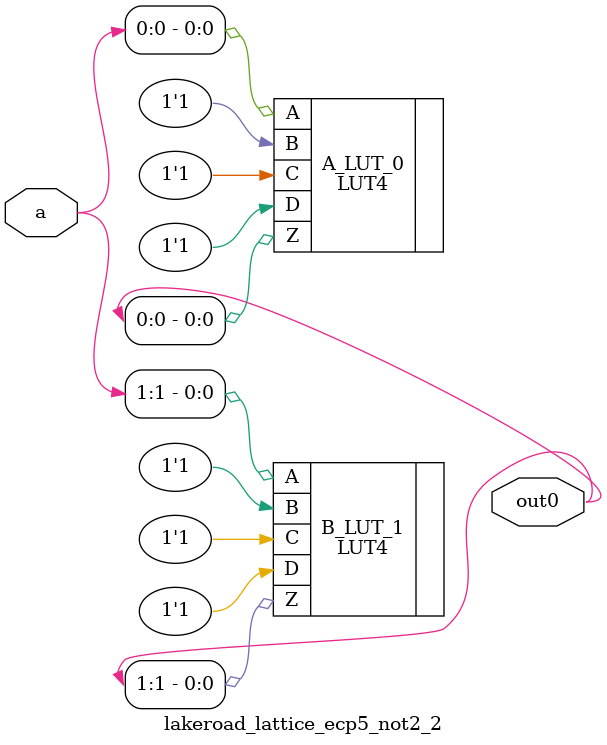
<source format=v>
/* Generated by Yosys 0.19 (git sha1 a45c131b37c, clang 13.1.6 -fPIC -Os) */

module lakeroad_lattice_ecp5_not2_2(a, out0);
  wire _0_;
  wire _1_;
  wire _2_;
  wire _3_;
  wire _4_;
  wire _5_;
  input [1:0] a;
  wire [1:0] a;
  output [1:0] out0;
  wire [1:0] out0;
  LUT4 #(
    .INIT(16'h4000)
  ) A_LUT_0 (
    .A(a[0]),
    .B(1'h1),
    .C(1'h1),
    .D(1'h1),
    .Z(out0[0])
  );
  LUT4 #(
    .INIT(16'h4000)
  ) B_LUT_1 (
    .A(a[1]),
    .B(1'h1),
    .C(1'h1),
    .D(1'h1),
    .Z(out0[1])
  );
  LUT4 #(
    .INIT(16'h0000)
  ) C_LUT_2 (
    .A(1'h0),
    .B(1'h1),
    .C(1'h1),
    .D(1'h1),
    .Z(_5_)
  );
  LUT4 #(
    .INIT(16'h0000)
  ) D_LUT_3 (
    .A(1'h0),
    .B(1'h1),
    .C(1'h1),
    .D(1'h1),
    .Z(_4_)
  );
  LUT4 #(
    .INIT(16'h0000)
  ) E_LUT_4 (
    .A(1'h0),
    .B(1'h1),
    .C(1'h1),
    .D(1'h1),
    .Z(_3_)
  );
  LUT4 #(
    .INIT(16'h0000)
  ) F_LUT_5 (
    .A(1'h0),
    .B(1'h1),
    .C(1'h1),
    .D(1'h1),
    .Z(_2_)
  );
  LUT4 #(
    .INIT(16'h0000)
  ) G_LUT_6 (
    .A(1'h0),
    .B(1'h1),
    .C(1'h1),
    .D(1'h1),
    .Z(_1_)
  );
  LUT4 #(
    .INIT(16'h0000)
  ) H_LUT_7 (
    .A(1'h0),
    .B(1'h1),
    .C(1'h1),
    .D(1'h1),
    .Z(_0_)
  );
endmodule


</source>
